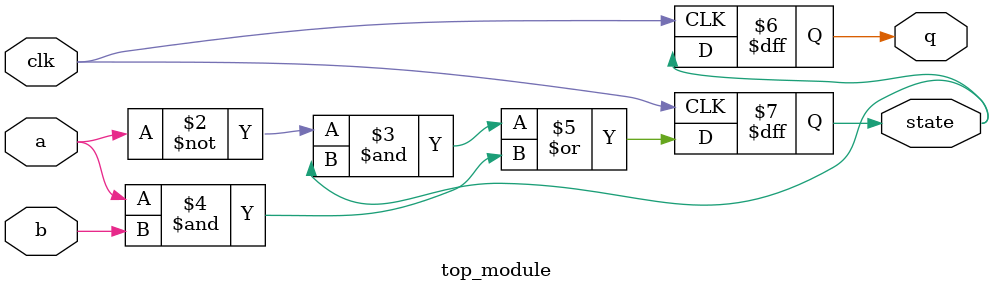
<source format=sv>
module top_module (
    input clk,
    input a,
    input b,
    output q,
    output state
);

reg state;
reg q;

always @(posedge clk) begin
    state <= (~a & state) | (a & b);
    q <= state;
end

endmodule

</source>
